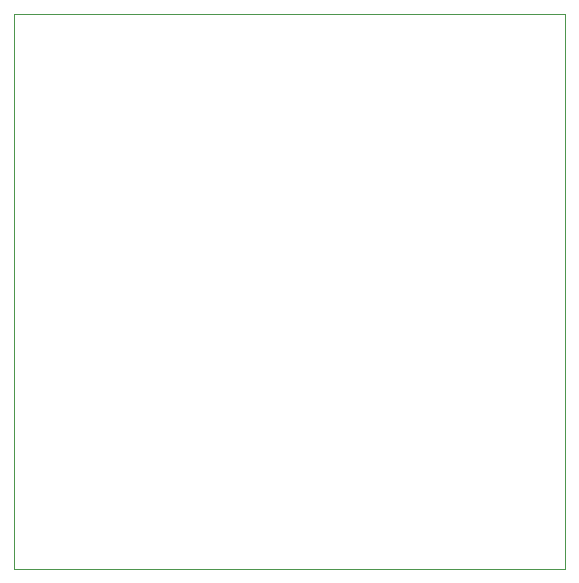
<source format=gbr>
%TF.GenerationSoftware,KiCad,Pcbnew,9.0.2*%
%TF.CreationDate,2025-07-11T21:06:49+12:00*%
%TF.ProjectId,T61,5436312e-6b69-4636-9164-5f7063625858,rev?*%
%TF.SameCoordinates,Original*%
%TF.FileFunction,Profile,NP*%
%FSLAX46Y46*%
G04 Gerber Fmt 4.6, Leading zero omitted, Abs format (unit mm)*
G04 Created by KiCad (PCBNEW 9.0.2) date 2025-07-11 21:06:49*
%MOMM*%
%LPD*%
G01*
G04 APERTURE LIST*
%TA.AperFunction,Profile*%
%ADD10C,0.050000*%
%TD*%
G04 APERTURE END LIST*
D10*
X171816100Y-81503600D02*
X125186100Y-81503600D01*
X125186100Y-81503600D02*
X125186100Y-128503600D01*
X171816100Y-128503600D02*
X171816100Y-81503600D01*
X125186100Y-128503600D02*
X171816100Y-128503600D01*
M02*

</source>
